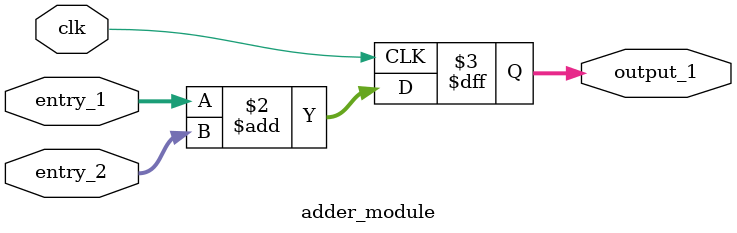
<source format=v>
module adder_module (
clk,
entry_1,
entry_2,
output_1
);

/*
 * We define the entries and outputs
 */

input clk;
input [15:0] entry_1;
input [15:0] entry_2; 
output [15:0] output_1;


/*
 * We define the type of outputs
 * 
 */
	
 reg [15:0] output_1;
 
 
/*
 * We make the add operation.
 * 
 */
 
 always @(posedge clk)
 begin
  output_1 = entry_1 + entry_2;
 end


endmodule // end adder_module
</source>
